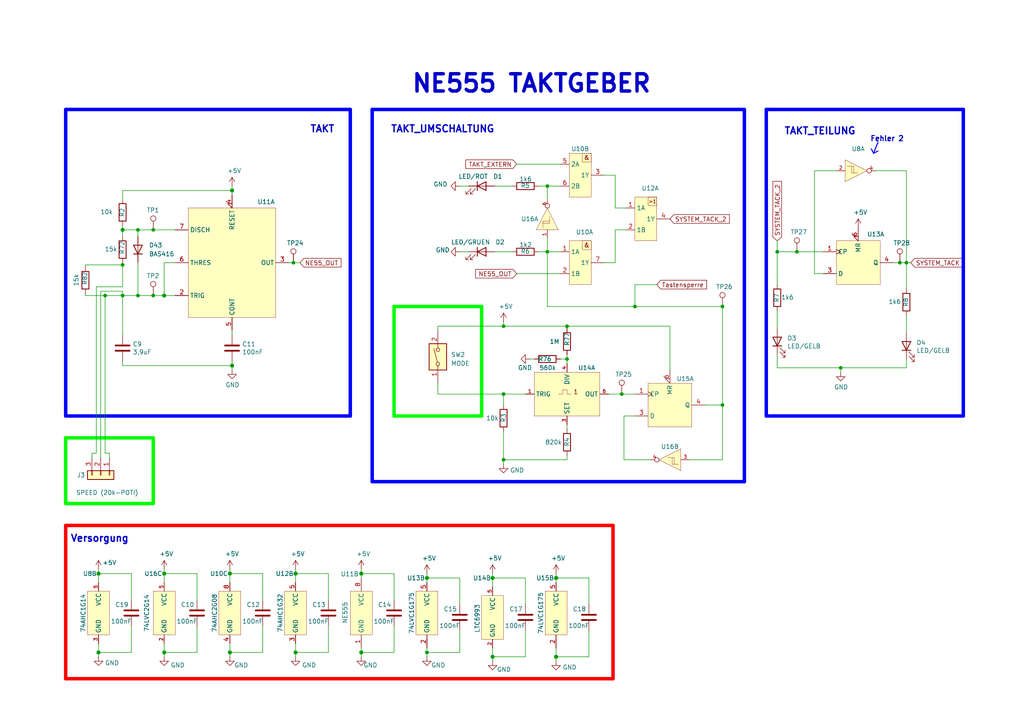
<source format=kicad_sch>
(kicad_sch (version 20210126) (generator eeschema)
  (paper "A4")
  (title_block (title "Kabeltester") (company "BMK Group") (comment 1 "Erstellt: Maximilian Hoffmann") (comment 2 "Geprüft: Robert Schulz"))
  (junction (at 28.575 166.37) (diameter 1.016))
  (junction (at 28.575 189.23) (diameter 1.016))
  (junction (at 30.48 85.725) (diameter 0.9144))
  (junction (at 35.56 66.675) (diameter 1.016))
  (junction (at 35.56 76.835) (diameter 0.9144))
  (junction (at 35.56 85.725) (diameter 0.9144))
  (junction (at 40.005 66.675) (diameter 0.9144))
  (junction (at 40.005 85.725) (diameter 0.9144))
  (junction (at 44.45 66.675) (diameter 0.9144))
  (junction (at 44.45 85.725) (diameter 0.9144))
  (junction (at 47.625 85.725) (diameter 1.016))
  (junction (at 47.625 166.37) (diameter 1.016))
  (junction (at 47.625 189.23) (diameter 1.016))
  (junction (at 66.675 166.37) (diameter 1.016))
  (junction (at 66.675 189.23) (diameter 1.016))
  (junction (at 67.31 55.245) (diameter 1.016))
  (junction (at 67.31 106.045) (diameter 1.016))
  (junction (at 85.09 76.2) (diameter 0.9144))
  (junction (at 85.725 166.37) (diameter 1.016))
  (junction (at 85.725 189.23) (diameter 1.016))
  (junction (at 104.775 166.37) (diameter 1.016))
  (junction (at 104.775 189.23) (diameter 1.016))
  (junction (at 123.825 167.64) (diameter 1.016))
  (junction (at 123.825 189.23) (diameter 0.9144))
  (junction (at 142.875 167.64) (diameter 1.016))
  (junction (at 142.875 190.5) (diameter 1.016))
  (junction (at 146.05 94.615) (diameter 0.9144))
  (junction (at 146.05 114.3) (diameter 0.9144))
  (junction (at 146.05 133.35) (diameter 0.9144))
  (junction (at 158.75 53.975) (diameter 0.9144))
  (junction (at 158.75 73.025) (diameter 0.9144))
  (junction (at 161.29 167.64) (diameter 1.016))
  (junction (at 161.29 190.5) (diameter 1.016))
  (junction (at 164.465 94.615) (diameter 0.9144))
  (junction (at 164.465 104.14) (diameter 0.9144))
  (junction (at 180.34 114.3) (diameter 0.9144))
  (junction (at 184.15 88.9) (diameter 0.9144))
  (junction (at 209.55 88.9) (diameter 0.9144))
  (junction (at 209.55 117.475) (diameter 0.9144))
  (junction (at 225.425 73.025) (diameter 0.9144))
  (junction (at 231.14 73.025) (diameter 0.9144))
  (junction (at 243.84 106.68) (diameter 0.9144))
  (junction (at 260.985 76.2) (diameter 0.9144))
  (junction (at 262.89 76.2) (diameter 0.9144))
  (wire (pts (xy 24.765 76.835) (xy 35.56 76.835)))
  (wire (pts (xy 24.765 77.47) (xy 24.765 76.835)))
  (wire (pts (xy 24.765 85.725) (xy 24.765 85.09)))
  (wire (pts (xy 24.765 85.725) (xy 30.48 85.725)))
  (wire (pts (xy 26.67 131.445) (xy 27.94 131.445)))
  (wire (pts (xy 26.67 132.715) (xy 26.67 131.445)))
  (wire (pts (xy 27.94 83.185) (xy 27.94 131.445)))
  (wire (pts (xy 27.94 83.185) (xy 35.56 83.185)))
  (wire (pts (xy 28.575 165.1) (xy 28.575 166.37)))
  (wire (pts (xy 28.575 166.37) (xy 28.575 168.91)))
  (wire (pts (xy 28.575 186.69) (xy 28.575 189.23)))
  (wire (pts (xy 28.575 189.23) (xy 28.575 190.5)))
  (wire (pts (xy 29.21 84.455) (xy 29.21 132.715)))
  (wire (pts (xy 29.21 84.455) (xy 35.56 84.455)))
  (wire (pts (xy 30.48 85.725) (xy 30.48 131.445)))
  (wire (pts (xy 30.48 85.725) (xy 35.56 85.725)))
  (wire (pts (xy 30.48 131.445) (xy 31.75 131.445)))
  (wire (pts (xy 31.75 131.445) (xy 31.75 132.715)))
  (wire (pts (xy 35.56 55.245) (xy 35.56 57.785)))
  (wire (pts (xy 35.56 55.245) (xy 67.31 55.245)))
  (wire (pts (xy 35.56 65.405) (xy 35.56 66.675)))
  (wire (pts (xy 35.56 66.675) (xy 35.56 68.58)))
  (wire (pts (xy 35.56 66.675) (xy 40.005 66.675)))
  (wire (pts (xy 35.56 76.2) (xy 35.56 76.835)))
  (wire (pts (xy 35.56 76.835) (xy 35.56 83.185)))
  (wire (pts (xy 35.56 84.455) (xy 35.56 85.725)))
  (wire (pts (xy 35.56 85.725) (xy 40.005 85.725)))
  (wire (pts (xy 35.56 97.155) (xy 35.56 85.725)))
  (wire (pts (xy 35.56 104.775) (xy 35.56 106.045)))
  (wire (pts (xy 35.56 106.045) (xy 67.31 106.045)))
  (wire (pts (xy 38.1 166.37) (xy 28.575 166.37)))
  (wire (pts (xy 38.1 173.99) (xy 38.1 166.37)))
  (wire (pts (xy 38.1 181.61) (xy 38.1 189.23)))
  (wire (pts (xy 38.1 189.23) (xy 28.575 189.23)))
  (wire (pts (xy 40.005 66.675) (xy 40.005 68.58)))
  (wire (pts (xy 40.005 66.675) (xy 44.45 66.675)))
  (wire (pts (xy 40.005 76.2) (xy 40.005 85.725)))
  (wire (pts (xy 40.005 85.725) (xy 44.45 85.725)))
  (wire (pts (xy 44.45 66.675) (xy 50.8 66.675)))
  (wire (pts (xy 44.45 85.725) (xy 47.625 85.725)))
  (wire (pts (xy 47.625 76.2) (xy 47.625 85.725)))
  (wire (pts (xy 47.625 85.725) (xy 50.8 85.725)))
  (wire (pts (xy 47.625 165.1) (xy 47.625 166.37)))
  (wire (pts (xy 47.625 166.37) (xy 47.625 168.91)))
  (wire (pts (xy 47.625 186.69) (xy 47.625 189.23)))
  (wire (pts (xy 47.625 189.23) (xy 47.625 190.5)))
  (wire (pts (xy 50.8 76.2) (xy 47.625 76.2)))
  (wire (pts (xy 57.15 166.37) (xy 47.625 166.37)))
  (wire (pts (xy 57.15 173.99) (xy 57.15 166.37)))
  (wire (pts (xy 57.15 181.61) (xy 57.15 189.23)))
  (wire (pts (xy 57.15 189.23) (xy 47.625 189.23)))
  (wire (pts (xy 66.675 165.1) (xy 66.675 166.37)))
  (wire (pts (xy 66.675 166.37) (xy 66.675 168.91)))
  (wire (pts (xy 66.675 186.69) (xy 66.675 189.23)))
  (wire (pts (xy 66.675 189.23) (xy 66.675 190.5)))
  (wire (pts (xy 67.31 53.975) (xy 67.31 55.245)))
  (wire (pts (xy 67.31 55.245) (xy 67.31 56.515)))
  (wire (pts (xy 67.31 95.885) (xy 67.31 97.155)))
  (wire (pts (xy 67.31 104.775) (xy 67.31 106.045)))
  (wire (pts (xy 67.31 106.045) (xy 67.31 107.315)))
  (wire (pts (xy 76.2 166.37) (xy 66.675 166.37)))
  (wire (pts (xy 76.2 173.99) (xy 76.2 166.37)))
  (wire (pts (xy 76.2 181.61) (xy 76.2 189.23)))
  (wire (pts (xy 76.2 189.23) (xy 66.675 189.23)))
  (wire (pts (xy 83.82 76.2) (xy 85.09 76.2)))
  (wire (pts (xy 85.09 76.2) (xy 86.995 76.2)))
  (wire (pts (xy 85.725 165.1) (xy 85.725 166.37)))
  (wire (pts (xy 85.725 166.37) (xy 85.725 168.91)))
  (wire (pts (xy 85.725 186.69) (xy 85.725 189.23)))
  (wire (pts (xy 85.725 189.23) (xy 85.725 190.5)))
  (wire (pts (xy 95.25 166.37) (xy 85.725 166.37)))
  (wire (pts (xy 95.25 173.99) (xy 95.25 166.37)))
  (wire (pts (xy 95.25 181.61) (xy 95.25 189.23)))
  (wire (pts (xy 95.25 189.23) (xy 85.725 189.23)))
  (wire (pts (xy 104.775 165.1) (xy 104.775 166.37)))
  (wire (pts (xy 104.775 166.37) (xy 104.775 167.64)))
  (wire (pts (xy 104.775 187.96) (xy 104.775 189.23)))
  (wire (pts (xy 104.775 189.23) (xy 104.775 190.5)))
  (wire (pts (xy 114.3 166.37) (xy 104.775 166.37)))
  (wire (pts (xy 114.3 173.99) (xy 114.3 166.37)))
  (wire (pts (xy 114.3 181.61) (xy 114.3 189.23)))
  (wire (pts (xy 114.3 189.23) (xy 104.775 189.23)))
  (wire (pts (xy 123.825 166.37) (xy 123.825 167.64)))
  (wire (pts (xy 123.825 167.64) (xy 123.825 168.91)))
  (wire (pts (xy 123.825 187.96) (xy 123.825 189.23)))
  (wire (pts (xy 123.825 189.23) (xy 123.825 190.5)))
  (wire (pts (xy 123.825 189.23) (xy 133.35 189.23)))
  (wire (pts (xy 127 94.615) (xy 146.05 94.615)))
  (wire (pts (xy 127 95.885) (xy 127 94.615)))
  (wire (pts (xy 127 114.3) (xy 127 111.125)))
  (wire (pts (xy 127 114.3) (xy 146.05 114.3)))
  (wire (pts (xy 133.35 167.64) (xy 123.825 167.64)))
  (wire (pts (xy 133.35 175.26) (xy 133.35 167.64)))
  (wire (pts (xy 133.35 182.88) (xy 133.35 189.23)))
  (wire (pts (xy 135.89 53.975) (xy 133.35 53.975)))
  (wire (pts (xy 135.89 73.025) (xy 133.35 73.025)))
  (wire (pts (xy 142.875 166.37) (xy 142.875 167.64)))
  (wire (pts (xy 142.875 167.64) (xy 142.875 170.18)))
  (wire (pts (xy 142.875 187.96) (xy 142.875 190.5)))
  (wire (pts (xy 142.875 190.5) (xy 142.875 191.77)))
  (wire (pts (xy 146.05 93.345) (xy 146.05 94.615)))
  (wire (pts (xy 146.05 94.615) (xy 164.465 94.615)))
  (wire (pts (xy 146.05 114.3) (xy 146.05 117.475)))
  (wire (pts (xy 146.05 114.3) (xy 152.4 114.3)))
  (wire (pts (xy 146.05 133.35) (xy 146.05 125.095)))
  (wire (pts (xy 146.05 133.35) (xy 146.05 134.62)))
  (wire (pts (xy 146.05 133.35) (xy 164.465 133.35)))
  (wire (pts (xy 148.59 53.975) (xy 143.51 53.975)))
  (wire (pts (xy 148.59 73.025) (xy 143.51 73.025)))
  (wire (pts (xy 149.86 47.625) (xy 162.56 47.625)))
  (wire (pts (xy 149.86 79.375) (xy 162.56 79.375)))
  (wire (pts (xy 152.4 167.64) (xy 142.875 167.64)))
  (wire (pts (xy 152.4 175.26) (xy 152.4 167.64)))
  (wire (pts (xy 152.4 182.88) (xy 152.4 190.5)))
  (wire (pts (xy 152.4 190.5) (xy 142.875 190.5)))
  (wire (pts (xy 153.67 104.14) (xy 154.94 104.14)))
  (wire (pts (xy 156.21 53.975) (xy 158.75 53.975)))
  (wire (pts (xy 156.21 73.025) (xy 158.75 73.025)))
  (wire (pts (xy 158.75 53.975) (xy 162.56 53.975)))
  (wire (pts (xy 158.75 57.785) (xy 158.75 53.975)))
  (wire (pts (xy 158.75 69.215) (xy 158.75 73.025)))
  (wire (pts (xy 158.75 73.025) (xy 158.75 88.9)))
  (wire (pts (xy 158.75 73.025) (xy 162.56 73.025)))
  (wire (pts (xy 158.75 88.9) (xy 184.15 88.9)))
  (wire (pts (xy 161.29 166.37) (xy 161.29 167.64)))
  (wire (pts (xy 161.29 167.64) (xy 161.29 168.91)))
  (wire (pts (xy 161.29 187.96) (xy 161.29 190.5)))
  (wire (pts (xy 161.29 190.5) (xy 161.29 191.77)))
  (wire (pts (xy 162.56 104.14) (xy 164.465 104.14)))
  (wire (pts (xy 164.465 94.615) (xy 164.465 95.25)))
  (wire (pts (xy 164.465 94.615) (xy 194.31 94.615)))
  (wire (pts (xy 164.465 102.87) (xy 164.465 104.14)))
  (wire (pts (xy 164.465 104.14) (xy 164.465 105.41)))
  (wire (pts (xy 164.465 123.19) (xy 164.465 124.46)))
  (wire (pts (xy 164.465 132.08) (xy 164.465 133.35)))
  (wire (pts (xy 170.815 167.64) (xy 161.29 167.64)))
  (wire (pts (xy 170.815 175.26) (xy 170.815 167.64)))
  (wire (pts (xy 170.815 182.88) (xy 170.815 190.5)))
  (wire (pts (xy 170.815 190.5) (xy 161.29 190.5)))
  (wire (pts (xy 175.26 50.8) (xy 178.435 50.8)))
  (wire (pts (xy 175.26 76.2) (xy 178.435 76.2)))
  (wire (pts (xy 176.53 114.3) (xy 180.34 114.3)))
  (wire (pts (xy 178.435 50.8) (xy 178.435 60.325)))
  (wire (pts (xy 178.435 60.325) (xy 181.61 60.325)))
  (wire (pts (xy 178.435 66.675) (xy 181.61 66.675)))
  (wire (pts (xy 178.435 76.2) (xy 178.435 66.675)))
  (wire (pts (xy 180.34 114.3) (xy 184.15 114.3)))
  (wire (pts (xy 180.975 120.65) (xy 180.975 133.35)))
  (wire (pts (xy 180.975 133.35) (xy 188.595 133.35)))
  (wire (pts (xy 184.15 82.55) (xy 184.15 88.9)))
  (wire (pts (xy 184.15 82.55) (xy 190.5 82.55)))
  (wire (pts (xy 184.15 88.9) (xy 209.55 88.9)))
  (wire (pts (xy 184.15 120.65) (xy 180.975 120.65)))
  (wire (pts (xy 194.31 107.315) (xy 194.31 94.615)))
  (wire (pts (xy 200.025 133.35) (xy 209.55 133.35)))
  (wire (pts (xy 204.47 117.475) (xy 209.55 117.475)))
  (wire (pts (xy 209.55 88.9) (xy 209.55 117.475)))
  (wire (pts (xy 209.55 133.35) (xy 209.55 117.475)))
  (wire (pts (xy 225.425 69.85) (xy 225.425 73.025)))
  (wire (pts (xy 225.425 73.025) (xy 225.425 82.55)))
  (wire (pts (xy 225.425 73.025) (xy 231.14 73.025)))
  (wire (pts (xy 225.425 90.17) (xy 225.425 95.25)))
  (wire (pts (xy 225.425 102.87) (xy 225.425 106.68)))
  (wire (pts (xy 225.425 106.68) (xy 243.84 106.68)))
  (wire (pts (xy 231.14 73.025) (xy 238.76 73.025)))
  (wire (pts (xy 236.22 49.53) (xy 236.22 79.375)))
  (wire (pts (xy 238.76 79.375) (xy 236.22 79.375)))
  (wire (pts (xy 242.57 49.53) (xy 236.22 49.53)))
  (wire (pts (xy 243.84 106.68) (xy 243.84 107.95)))
  (wire (pts (xy 243.84 106.68) (xy 262.89 106.68)))
  (wire (pts (xy 254 49.53) (xy 262.89 49.53)))
  (wire (pts (xy 259.08 76.2) (xy 260.985 76.2)))
  (wire (pts (xy 260.985 76.2) (xy 262.89 76.2)))
  (wire (pts (xy 262.89 49.53) (xy 262.89 76.2)))
  (wire (pts (xy 262.89 76.2) (xy 262.89 83.82)))
  (wire (pts (xy 262.89 76.2) (xy 264.16 76.2)))
  (wire (pts (xy 262.89 91.44) (xy 262.89 96.52)))
  (wire (pts (xy 262.89 106.68) (xy 262.89 104.14)))
  (polyline (pts (xy 19.05 31.75) (xy 19.05 120.65)) (stroke (width 1) (type solid) (color 0 0 255 1)))
  (polyline (pts (xy 19.05 31.75) (xy 101.6 31.75)) (stroke (width 1) (type solid) (color 0 0 255 1)))
  (polyline (pts (xy 19.05 120.65) (xy 101.6 120.65)) (stroke (width 1) (type solid) (color 0 0 255 1)))
  (polyline (pts (xy 19.05 127) (xy 19.05 146.05)) (stroke (width 1) (type solid) (color 0 255 0 1)))
  (polyline (pts (xy 19.05 127) (xy 44.45 127)) (stroke (width 1) (type solid) (color 0 255 0 1)))
  (polyline (pts (xy 19.05 152.4) (xy 19.05 196.85)) (stroke (width 1) (type solid) (color 255 0 0 1)))
  (polyline (pts (xy 19.05 152.4) (xy 177.8 152.4)) (stroke (width 1) (type solid) (color 255 0 0 1)))
  (polyline (pts (xy 44.45 127) (xy 44.45 146.05)) (stroke (width 1) (type solid) (color 0 255 0 1)))
  (polyline (pts (xy 44.45 146.05) (xy 19.05 146.05)) (stroke (width 1) (type solid) (color 0 255 0 1)))
  (polyline (pts (xy 101.6 31.75) (xy 101.6 120.65)) (stroke (width 1) (type solid) (color 0 0 255 1)))
  (polyline (pts (xy 107.95 31.75) (xy 107.95 139.7)) (stroke (width 1) (type solid) (color 0 0 255 1)))
  (polyline (pts (xy 107.95 31.75) (xy 215.9 31.75)) (stroke (width 1) (type solid) (color 0 0 255 1)))
  (polyline (pts (xy 107.95 139.7) (xy 215.9 139.7)) (stroke (width 1) (type solid) (color 0 0 255 1)))
  (polyline (pts (xy 114.3 88.9) (xy 120.65 88.9)) (stroke (width 1) (type solid) (color 0 255 0 1)))
  (polyline (pts (xy 114.3 120.65) (xy 114.3 88.9)) (stroke (width 1) (type solid) (color 0 255 0 1)))
  (polyline (pts (xy 114.3 120.65) (xy 139.7 120.65)) (stroke (width 1) (type solid) (color 0 255 0 1)))
  (polyline (pts (xy 120.65 88.9) (xy 139.7 88.9)) (stroke (width 1) (type solid) (color 0 255 0 1)))
  (polyline (pts (xy 139.7 88.9) (xy 139.7 120.65)) (stroke (width 1) (type solid) (color 0 255 0 1)))
  (polyline (pts (xy 177.8 152.4) (xy 177.8 196.85)) (stroke (width 1) (type solid) (color 255 0 0 1)))
  (polyline (pts (xy 177.8 196.85) (xy 19.05 196.85)) (stroke (width 1) (type solid) (color 255 0 0 1)))
  (polyline (pts (xy 215.9 31.75) (xy 215.9 139.7)) (stroke (width 1) (type solid) (color 0 0 255 1)))
  (polyline (pts (xy 222.25 31.75) (xy 222.25 120.65)) (stroke (width 1) (type solid) (color 0 0 255 1)))
  (polyline (pts (xy 222.25 31.75) (xy 279.4 31.75)) (stroke (width 1) (type solid) (color 0 0 255 1)))
  (polyline (pts (xy 222.25 120.65) (xy 279.4 120.65)) (stroke (width 1) (type solid) (color 0 0 255 1)))
  (polyline (pts (xy 253.365 44.45) (xy 252.73 43.18)) (stroke (width 0.3) (type solid) (color 0 0 255 1)))
  (polyline (pts (xy 253.365 44.45) (xy 254.635 41.275)) (stroke (width 0.3) (type solid) (color 0 0 255 1)))
  (polyline (pts (xy 254.635 43.815) (xy 253.365 44.45)) (stroke (width 0.3) (type solid) (color 0 0 255 1)))
  (polyline (pts (xy 279.4 31.75) (xy 279.4 120.65)) (stroke (width 1) (type solid) (color 0 0 255 1)))
  (text "Versorgung" (at 37.465 157.48 180) (effects (font (size 2 2) (thickness 0.4) bold) (justify right bottom)))
  (text "TAKT\n" (at 97.155 38.735 180) (effects (font (size 2 2) (thickness 0.4) bold) (justify right bottom)))
  (text "TAKT_UMSCHALTUNG\n" (at 143.51 38.735 180) (effects (font (size 2 2) (thickness 0.4) bold) (justify right bottom)))
  (text "NE555 TAKTGEBER\n" (at 189.23 27.305 180) (effects (font (size 5 5) (thickness 1) bold) (justify right bottom)))
  (text "TAKT_TEILUNG\n\n" (at 248.285 42.545 180) (effects (font (size 2 2) (thickness 0.4) bold) (justify right bottom)))
  (text "Fehler 2" (at 262.255 41.275 180) (effects (font (size 1.5 1.5) (thickness 0.3) bold) (justify right bottom)))
  (global_label "NE55_OUT" (shape input) (at 86.995 76.2 0) (property "Intersheet References" "${INTERSHEET_REFS}" (effects hide)))
  (global_label "TAKT_EXTERN" (shape input) (at 149.86 47.625 180) (property "Intersheet References" "${INTERSHEET_REFS}" (effects hide)))
  (global_label "NE55_OUT" (shape input) (at 149.86 79.375 180) (property "Intersheet References" "${INTERSHEET_REFS}" (effects hide)))
  (global_label "Tastensperre" (shape input) (at 190.5 82.55 0) (property "Intersheet References" "${INTERSHEET_REFS}" (effects hide)))
  (global_label "SYSTEM_TACK_2" (shape input) (at 194.31 63.5 0) (property "Intersheet References" "${INTERSHEET_REFS}" (effects hide)))
  (global_label "SYSTEM_TACK_2" (shape input) (at 225.425 69.85 90) (property "Intersheet References" "${INTERSHEET_REFS}" (effects hide)))
  (global_label "SYSTEM_TACK" (shape input) (at 264.16 76.2 0) (property "Intersheet References" "${INTERSHEET_REFS}" (effects hide)))
  (symbol (lib_id "Connector:TestPoint") (at 44.45 66.675 0) (unit 1)
    (property "Reference" "TP1" (at 42.545 60.96 0) (effects (justify left)))
    (property "Value" "TestPoint" (effects hide))
    (property "Footprint" "TestPoint:TestPoint_Pad_D1.0mm" (effects hide))
    (property "BMK-Nr" "-" (effects hide))
    (property "Mouser" "-" (effects hide))
  )
  (symbol (lib_id "Connector:TestPoint") (at 44.45 85.725 0) (unit 1)
    (property "Reference" "TP2" (at 42.545 80.01 0) (effects (justify left)))
    (property "Value" "TestPoint" (effects hide))
    (property "Footprint" "TestPoint:TestPoint_Pad_D1.0mm" (effects hide))
    (property "BMK-Nr" "-" (effects hide))
    (property "Mouser" "-" (effects hide))
  )
  (symbol (lib_id "Connector:TestPoint") (at 85.09 76.2 0) (unit 1)
    (property "Reference" "TP24" (at 83.185 70.485 0) (effects (justify left)))
    (property "Value" "TestPoint" (effects hide))
    (property "Footprint" "TestPoint:TestPoint_Pad_D1.0mm" (effects hide))
    (property "BMK-Nr" "-" (effects hide))
    (property "Mouser" "-" (effects hide))
  )
  (symbol (lib_id "Connector:TestPoint") (at 180.34 114.3 0) (unit 1)
    (property "Reference" "TP25" (at 178.435 108.585 0) (effects (justify left)))
    (property "Value" "TestPoint" (effects hide))
    (property "Footprint" "TestPoint:TestPoint_Pad_D1.0mm" (effects hide))
    (property "BMK-Nr" "-" (effects hide))
    (property "Mouser" "-" (effects hide))
  )
  (symbol (lib_id "Connector:TestPoint") (at 209.55 88.9 0) (unit 1)
    (property "Reference" "TP26" (at 207.645 83.185 0) (effects (justify left)))
    (property "Value" "TestPoint" (effects hide))
    (property "Footprint" "TestPoint:TestPoint_Pad_D1.0mm" (effects hide))
    (property "BMK-Nr" "-" (effects hide))
    (property "Mouser" "-" (effects hide))
  )
  (symbol (lib_id "Connector:TestPoint") (at 231.14 73.025 0) (unit 1)
    (property "Reference" "TP27" (at 229.235 67.31 0) (effects (justify left)))
    (property "Value" "TestPoint" (effects hide))
    (property "Footprint" "TestPoint:TestPoint_Pad_D1.0mm" (effects hide))
    (property "BMK-Nr" "-" (effects hide))
    (property "Mouser" "-" (effects hide))
  )
  (symbol (lib_id "Connector:TestPoint") (at 260.985 76.2 0) (unit 1)
    (property "Reference" "TP28" (at 259.08 70.485 0) (effects (justify left)))
    (property "Value" "TestPoint" (effects hide))
    (property "Footprint" "TestPoint:TestPoint_Pad_D1.0mm" (effects hide))
    (property "BMK-Nr" "-" (effects hide))
    (property "Mouser" "-" (effects hide))
  )
  (symbol (lib_id "power:+5V") (at 28.575 165.1 0) (unit 1)
    (property "Reference" "#PWR049" (effects hide))
    (property "Value" "+5V" (at 31.75 163.195 0))
  )
  (symbol (lib_id "power:+5V") (at 47.625 165.1 0) (unit 1)
    (property "Reference" "#PWR027" (effects hide))
    (property "Value" "+5V" (at 48.26 160.655 0))
  )
  (symbol (lib_id "power:+5V") (at 66.675 165.1 0) (unit 1)
    (property "Reference" "#PWR029" (effects hide))
    (property "Value" "+5V" (at 67.31 160.655 0))
  )
  (symbol (lib_id "power:+5V") (at 67.31 53.975 0) (unit 1)
    (property "Reference" "#PWR031" (effects hide))
    (property "Value" "+5V" (at 67.945 49.53 0))
  )
  (symbol (lib_id "power:+5V") (at 85.725 165.1 0) (unit 1)
    (property "Reference" "#PWR033" (effects hide))
    (property "Value" "+5V" (at 86.36 160.655 0))
  )
  (symbol (lib_id "power:+5V") (at 104.775 165.1 0) (unit 1)
    (property "Reference" "#PWR035" (effects hide))
    (property "Value" "+5V" (at 105.41 160.655 0))
  )
  (symbol (lib_id "power:+5V") (at 123.825 166.37 0) (unit 1)
    (property "Reference" "#PWR039" (effects hide))
    (property "Value" "+5V" (at 124.46 161.925 0))
  )
  (symbol (lib_id "power:+5V") (at 142.875 166.37 0) (unit 1)
    (property "Reference" "#PWR043" (effects hide))
    (property "Value" "+5V" (at 143.51 161.925 0))
  )
  (symbol (lib_id "power:+5V") (at 146.05 93.345 0) (unit 1)
    (property "Reference" "#PWR037" (effects hide))
    (property "Value" "+5V" (at 146.685 88.9 0))
  )
  (symbol (lib_id "power:+5V") (at 161.29 166.37 0) (unit 1)
    (property "Reference" "#PWR045" (effects hide))
    (property "Value" "+5V" (at 161.925 161.925 0))
  )
  (symbol (lib_id "power:+5V") (at 248.92 66.04 0) (unit 1)
    (property "Reference" "#PWR048" (effects hide))
    (property "Value" "+5V" (at 249.555 61.595 0))
  )
  (symbol (lib_id "power:GND") (at 28.575 190.5 0) (unit 1)
    (property "Reference" "#PWR050" (effects hide))
    (property "Value" "GND" (at 32.4993 192.2844 0))
  )
  (symbol (lib_id "power:GND") (at 47.625 190.5 0) (unit 1)
    (property "Reference" "#PWR028" (effects hide))
    (property "Value" "GND" (at 51.5493 192.9194 0))
  )
  (symbol (lib_id "power:GND") (at 66.675 190.5 0) (unit 1)
    (property "Reference" "#PWR030" (effects hide))
    (property "Value" "GND" (at 69.9643 192.9194 0))
  )
  (symbol (lib_id "power:GND") (at 67.31 107.315 0) (unit 1)
    (property "Reference" "#PWR032" (effects hide))
    (property "Value" "GND" (at 67.4243 111.6394 0))
  )
  (symbol (lib_id "power:GND") (at 85.725 190.5 0) (unit 1)
    (property "Reference" "#PWR034" (effects hide))
    (property "Value" "GND" (at 89.6493 192.9194 0))
  )
  (symbol (lib_id "power:GND") (at 104.775 190.5 0) (unit 1)
    (property "Reference" "#PWR036" (effects hide))
    (property "Value" "GND" (at 107.4293 192.9194 0))
  )
  (symbol (lib_id "power:GND") (at 123.825 190.5 0) (unit 1)
    (property "Reference" "#PWR040" (effects hide))
    (property "Value" "GND" (at 127.1143 192.9194 0))
  )
  (symbol (lib_id "power:GND") (at 133.35 53.975 270) (unit 1)
    (property "Reference" "#PWR041" (effects hide))
    (property "Value" "GND" (at 127.7556 53.4543 90))
  )
  (symbol (lib_id "power:GND") (at 133.35 73.025 270) (unit 1)
    (property "Reference" "#PWR042" (effects hide))
    (property "Value" "GND" (at 128.3906 72.5043 90))
  )
  (symbol (lib_id "power:GND") (at 142.875 191.77 0) (unit 1)
    (property "Reference" "#PWR044" (effects hide))
    (property "Value" "GND" (at 146.1643 194.1894 0))
  )
  (symbol (lib_id "power:GND") (at 146.05 134.62 0) (unit 1)
    (property "Reference" "#PWR038" (effects hide))
    (property "Value" "GND" (at 149.9743 136.4044 0))
  )
  (symbol (lib_id "power:GND") (at 153.67 104.14 270) (unit 1)
    (property "Reference" "#PWR0144" (effects hide))
    (property "Value" "GND" (at 154.305 106.68 90) (effects (justify right)))
  )
  (symbol (lib_id "power:GND") (at 161.29 191.77 0) (unit 1)
    (property "Reference" "#PWR046" (effects hide))
    (property "Value" "GND" (at 165.2143 193.5544 0))
  )
  (symbol (lib_id "power:GND") (at 243.84 107.95 0) (unit 1)
    (property "Reference" "#PWR047" (effects hide))
    (property "Value" "GND" (at 243.9543 112.2744 0))
  )
  (symbol (lib_name "Device:R_7") (lib_id "Device:R") (at 24.765 81.28 0) (unit 1)
    (property "Reference" "R82" (at 24.6381 82.6706 90) (effects (justify left)))
    (property "Value" "15k" (at 22.098 83.064 90) (effects (justify left)))
    (property "Footprint" "Resistor_SMD:R_0603_1608Metric_Pad0.98x0.95mm_HandSolder" (effects hide))
    (property "BMK-Nr" "BS" (effects hide))
    (property "Mouser" "-" (effects hide))
  )
  (symbol (lib_name "Device:R_1") (lib_id "Device:R") (at 35.56 61.595 0) (unit 1)
    (property "Reference" "R2" (at 35.4331 62.9856 90) (effects (justify left)))
    (property "Value" "10k" (at 29.083 61.474 0) (effects (justify left)))
    (property "Footprint" "Resistor_SMD:R_0603_1608Metric_Pad0.98x0.95mm_HandSolder" (effects hide))
    (property "BMK-Nr" "BS" (effects hide))
    (property "Mouser" "-" (effects hide))
  )
  (symbol (lib_name "Device:R_7") (lib_id "Device:R") (at 35.56 72.39 0) (unit 1)
    (property "Reference" "R72" (at 35.4331 73.7806 90) (effects (justify left)))
    (property "Value" "15k" (at 30.353 72.269 0) (effects (justify left)))
    (property "Footprint" "Resistor_SMD:R_0603_1608Metric_Pad0.98x0.95mm_HandSolder" (effects hide))
    (property "BMK-Nr" "BS" (effects hide))
    (property "Mouser" "-" (effects hide))
  )
  (symbol (lib_name "Device:R_8") (lib_id "Device:R") (at 146.05 121.285 0) (unit 1)
    (property "Reference" "R3" (at 146.05 122.555 90) (effects (justify left)))
    (property "Value" "10k" (at 140.97 121.285 0) (effects (justify left)))
    (property "Footprint" "Resistor_SMD:R_0603_1608Metric_Pad0.98x0.95mm_HandSolder" (effects hide))
    (property "BMK-Nr" "BS" (effects hide))
    (property "Mouser" "-" (effects hide))
  )
  (symbol (lib_name "Device:R_2") (lib_id "Device:R") (at 152.4 53.975 270) (unit 1)
    (property "Reference" "R5" (at 151.0094 53.8481 90) (effects (justify left)))
    (property "Value" "1k6" (at 150.616 51.943 90) (effects (justify left)))
    (property "Footprint" "Resistor_SMD:R_0603_1608Metric_Pad0.98x0.95mm_HandSolder" (effects hide))
    (property "BMK-Nr" "BS" (effects hide))
    (property "Mouser" "-" (effects hide))
  )
  (symbol (lib_name "Device:R_3") (lib_id "Device:R") (at 152.4 73.025 270) (unit 1)
    (property "Reference" "R6" (at 151.0094 72.8981 90) (effects (justify left)))
    (property "Value" "1k2" (at 150.616 70.993 90) (effects (justify left)))
    (property "Footprint" "Resistor_SMD:R_0603_1608Metric_Pad0.98x0.95mm_HandSolder" (effects hide))
    (property "BMK-Nr" "BS" (effects hide))
    (property "Mouser" "-" (effects hide))
  )
  (symbol (lib_name "Device:R_9") (lib_id "Device:R") (at 158.75 104.14 90) (unit 1)
    (property "Reference" "R76" (at 160.02 104.14 90) (effects (justify left)))
    (property "Value" "560k" (at 161.29 106.68 90) (effects (justify left)))
    (property "Footprint" "Resistor_SMD:R_0603_1608Metric_Pad0.98x0.95mm_HandSolder" (effects hide))
    (property "BMK-Nr" "BS" (effects hide))
    (property "Mouser" "-" (effects hide))
  )
  (symbol (lib_name "Device:R_5") (lib_id "Device:R") (at 164.465 99.06 0) (unit 1)
    (property "Reference" "R77" (at 164.465 100.33 90) (effects (justify left)))
    (property "Value" "1M" (at 159.385 99.06 0) (effects (justify left)))
    (property "Footprint" "Resistor_SMD:R_0603_1608Metric_Pad0.98x0.95mm_HandSolder" (effects hide))
    (property "BMK-Nr" "BS" (effects hide))
    (property "Mouser" "-" (effects hide))
  )
  (symbol (lib_name "Device:R_4") (lib_id "Device:R") (at 164.465 128.27 0) (unit 1)
    (property "Reference" "R4" (at 164.465 129.54 90) (effects (justify left)))
    (property "Value" "820k" (at 158.115 128.27 0) (effects (justify left)))
    (property "Footprint" "Resistor_SMD:R_0603_1608Metric_Pad0.98x0.95mm_HandSolder" (effects hide))
    (property "BMK-Nr" "BS" (effects hide))
    (property "Mouser" "-" (effects hide))
  )
  (symbol (lib_name "Device:R_6") (lib_id "Device:R") (at 225.425 86.36 0) (unit 1)
    (property "Reference" "R7" (at 225.2981 87.7506 90) (effects (justify left)))
    (property "Value" "1k6" (at 226.568 86.239 0) (effects (justify left)))
    (property "Footprint" "Resistor_SMD:R_0603_1608Metric_Pad0.98x0.95mm_HandSolder" (effects hide))
    (property "BMK-Nr" "BS" (effects hide))
    (property "Mouser" "-" (effects hide))
  )
  (symbol (lib_id "Device:R") (at 262.89 87.63 0) (unit 1)
    (property "Reference" "R8" (at 262.7631 89.0206 90) (effects (justify left)))
    (property "Value" "1k6" (at 257.683 87.509 0) (effects (justify left)))
    (property "Footprint" "Resistor_SMD:R_0603_1608Metric_Pad0.98x0.95mm_HandSolder" (effects hide))
    (property "BMK-Nr" "BS" (effects hide))
    (property "Mouser" "-" (effects hide))
  )
  (symbol (lib_id "Device:D") (at 40.005 72.39 90) (unit 1)
    (property "Reference" "D43" (at 43.18 71.12 90) (effects (justify right)))
    (property "Value" "BAS416" (at 43.18 73.66 90) (effects (justify right)))
    (property "Footprint" "Diode_SMD:D_0805_2012Metric_Pad1.15x1.40mm_HandSolder" (effects hide))
    (property "BMK-Nr" "08-5493" (effects hide))
  )
  (symbol (lib_id "Device:LED") (at 139.7 53.975 0) (unit 1)
    (property "Reference" "D1" (at 145.7389 51.1811 0) (effects (justify right)))
    (property "Value" "LED/ROT" (at 141.535 51.181 0) (effects (justify right)))
    (property "Footprint" "LED_SMD:LED_0603_1608Metric_Pad1.05x0.95mm_HandSolder" (effects hide))
    (property "BMK-Nr" "08-8617" (effects hide))
    (property "Mouser" "604-APT1608LSECKJ3RV" (effects hide))
  )
  (symbol (lib_id "Device:LED") (at 139.7 73.025 0) (unit 1)
    (property "Reference" "D2" (at 146.3739 70.2311 0) (effects (justify right)))
    (property "Value" "LED/GRUEN" (at 142.17 70.231 0) (effects (justify right)))
    (property "Footprint" "LED_SMD:LED_0603_1608Metric_Pad1.05x0.95mm_HandSolder" (effects hide))
    (property "BMK-Nr" "08-8620" (effects hide))
    (property "Mouser" "604-APT1608LZGCK" (effects hide))
  )
  (symbol (lib_id "Device:LED") (at 225.425 99.06 90) (unit 1)
    (property "Reference" "D3" (at 228.3461 98.1011 90) (effects (justify right)))
    (property "Value" "LED/GELB" (at 228.346 100.4 90) (effects (justify right)))
    (property "Footprint" "LED_SMD:LED_0603_1608Metric_Pad1.05x0.95mm_HandSolder" (effects hide))
    (property "BMK-Nr" "08-8619" (effects hide))
    (property "Mouser" "604-APT1608LSYCKJ3RV" (effects hide))
  )
  (symbol (lib_id "Device:LED") (at 262.89 100.33 90) (unit 1)
    (property "Reference" "D4" (at 265.8111 99.3711 90) (effects (justify right)))
    (property "Value" "LED/GELB" (at 265.811 101.67 90) (effects (justify right)))
    (property "Footprint" "LED_SMD:LED_0603_1608Metric_Pad1.05x0.95mm_HandSolder" (effects hide))
    (property "BMK-Nr" "08-8619" (effects hide))
    (property "Mouser" "604-APT1608LSYCKJ3RV" (effects hide))
  )
  (symbol (lib_name "Device:C_8") (lib_id "Device:C") (at 35.56 100.965 0) (unit 1)
    (property "Reference" "C9" (at 38.4811 99.8156 0) (effects (justify left)))
    (property "Value" "3,9uF" (at 38.481 102.114 0) (effects (justify left)))
    (property "Footprint" "Capacitor_SMD:C_0805_2012Metric_Pad1.18x1.45mm_HandSolder" (effects hide))
    (property "BMK-Nr" "BS" (effects hide))
  )
  (symbol (lib_name "Device:C_10") (lib_id "Device:C") (at 38.1 177.8 0) (unit 1)
    (property "Reference" "C19" (at 33.4011 175.3806 0) (effects (justify left)))
    (property "Value" "100nF" (at 32.131 180.219 0) (effects (justify left)))
    (property "Footprint" "Capacitor_SMD:C_0603_1608Metric_Pad1.08x0.95mm_HandSolder" (effects hide))
    (property "BMK-Nr" "BS" (effects hide))
  )
  (symbol (lib_name "Device:C_3") (lib_id "Device:C") (at 57.15 177.8 0) (unit 1)
    (property "Reference" "C10" (at 52.4511 175.3806 0) (effects (justify left)))
    (property "Value" "100nF" (at 51.181 180.219 0) (effects (justify left)))
    (property "Footprint" "Capacitor_SMD:C_0603_1608Metric_Pad1.08x0.95mm_HandSolder" (effects hide))
    (property "BMK-Nr" "BS" (effects hide))
  )
  (symbol (lib_name "Device:C_1") (lib_id "Device:C") (at 67.31 100.965 0) (unit 1)
    (property "Reference" "C11" (at 70.2311 99.8156 0) (effects (justify left)))
    (property "Value" "100nF" (at 70.231 102.114 0) (effects (justify left)))
    (property "Footprint" "Capacitor_SMD:C_0603_1608Metric_Pad1.08x0.95mm_HandSolder" (effects hide))
    (property "BMK-Nr" "BS" (effects hide))
  )
  (symbol (lib_name "Device:C_6") (lib_id "Device:C") (at 76.2 177.8 0) (unit 1)
    (property "Reference" "C12" (at 71.5011 175.3806 0) (effects (justify left)))
    (property "Value" "100nF" (at 70.231 180.219 0) (effects (justify left)))
    (property "Footprint" "Capacitor_SMD:C_0603_1608Metric_Pad1.08x0.95mm_HandSolder" (effects hide))
    (property "BMK-Nr" "BS" (effects hide))
  )
  (symbol (lib_name "Device:C_4") (lib_id "Device:C") (at 95.25 177.8 0) (unit 1)
    (property "Reference" "C13" (at 90.5511 175.3806 0) (effects (justify left)))
    (property "Value" "100nF" (at 89.281 180.219 0) (effects (justify left)))
    (property "Footprint" "Capacitor_SMD:C_0603_1608Metric_Pad1.08x0.95mm_HandSolder" (effects hide))
    (property "BMK-Nr" "BS" (effects hide))
  )
  (symbol (lib_name "Device:C_5") (lib_id "Device:C") (at 114.3 177.8 0) (unit 1)
    (property "Reference" "C14" (at 109.6011 175.3806 0) (effects (justify left)))
    (property "Value" "100nF" (at 108.331 180.219 0) (effects (justify left)))
    (property "Footprint" "Capacitor_SMD:C_0603_1608Metric_Pad1.08x0.95mm_HandSolder" (effects hide))
    (property "BMK-Nr" "BS" (effects hide))
  )
  (symbol (lib_name "Device:C_2") (lib_id "Device:C") (at 133.35 179.07 0) (unit 1)
    (property "Reference" "C15" (at 128.6511 176.6506 0) (effects (justify left)))
    (property "Value" "100nF" (at 127.381 181.489 0) (effects (justify left)))
    (property "Footprint" "Capacitor_SMD:C_0603_1608Metric_Pad1.08x0.95mm_HandSolder" (effects hide))
    (property "BMK-Nr" "BS" (effects hide))
  )
  (symbol (lib_id "Device:C") (at 152.4 179.07 0) (unit 1)
    (property "Reference" "C17" (at 147.7011 176.6506 0) (effects (justify left)))
    (property "Value" "100nF" (at 146.431 181.489 0) (effects (justify left)))
    (property "Footprint" "Capacitor_SMD:C_0603_1608Metric_Pad1.08x0.95mm_HandSolder" (effects hide))
    (property "BMK-Nr" "BS" (effects hide))
  )
  (symbol (lib_name "Device:C_11") (lib_id "Device:C") (at 170.815 179.07 0) (unit 1)
    (property "Reference" "C18" (at 166.1161 176.6506 0) (effects (justify left)))
    (property "Value" "100nF" (at 164.846 181.489 0) (effects (justify left)))
    (property "Footprint" "Capacitor_SMD:C_0603_1608Metric_Pad1.08x0.95mm_HandSolder" (effects hide))
    (property "BMK-Nr" "BS" (effects hide))
  )
  (symbol (lib_id "Connector_Generic:Conn_01x03") (at 29.21 137.795 270) (unit 1)
    (property "Reference" "J3" (at 23.495 137.795 90))
    (property "Value" "SPEED (20k-POTI)" (at 31.115 142.875 90))
    (property "Footprint" "Potentiometer_THT:Potentiometer_ACP_CA6-H2,5_Horizontal" (effects hide))
  )
  (symbol (lib_id "Kabeltester:74LVC2G14") (at 158.75 63.5 90) (unit 1)
    (property "Reference" "U16" (at 151.13 63.5 90) (effects (justify right)))
    (property "Value" "74LVC2G14" (effects hide))
    (property "Footprint" "Package_TO_SOT_SMD:SOT-23-6_Handsoldering" (effects hide))
    (property "Datasheet" "https://www.mouser.de/datasheet/2/916/74LVC2G14_Q100-1319707.pdf" (effects hide))
    (property "BMK-Nr" "06-1410" (effects hide))
    (property "Mouser" "771-74LVC2G14GVQ100H" (effects hide))
  )
  (symbol (lib_id "Kabeltester:74LVC2G14") (at 194.31 133.35 180) (unit 2)
    (property "Reference" "U16" (at 194.31 129.54 0))
    (property "Value" "74LVC2G14" (effects hide))
    (property "Footprint" "Package_TO_SOT_SMD:SOT-23-6_Handsoldering" (effects hide))
    (property "Datasheet" "https://www.mouser.de/datasheet/2/916/74LVC2G14_Q100-1319707.pdf" (effects hide))
    (property "BMK-Nr" "06-1410" (effects hide))
    (property "Mouser" "771-74LVC2G14GVQ100H" (effects hide))
  )
  (symbol (lib_id "Kabeltester:74AHC1G14") (at 247.65 49.53 0) (unit 1)
    (property "Reference" "U8" (at 248.92 43.18 0))
    (property "Value" "74AHC1G14" (effects hide))
    (property "Footprint" "Package_TO_SOT_SMD:SOT-353_SC-70-5_Handsoldering" (effects hide))
    (property "Datasheet" "https://www.diodes.com/assets/Datasheets/74AHC1G14.pdf" (effects hide))
    (property "BMK-Nr" "06-0624" (effects hide))
    (property "Mouser" "771-74AHC1G14GW-G" (effects hide))
  )
  (symbol (lib_id "Switch:SW_DIP_x01") (at 127 103.505 90) (unit 1)
    (property "Reference" "SW2" (at 130.81 102.87 90) (effects (justify right)))
    (property "Value" "MODE" (at 130.81 105.41 90) (effects (justify right)))
    (property "Footprint" "Button_Switch_SMD:SW_Push_1P1T_NO_6x6mm_H9.5mm" (effects hide))
    (property "BMK-Nr" "25-1170" (effects hide))
    (property "Mouser" "-" (effects hide))
  )
  (symbol (lib_id "Kabeltester:74AHC1G14") (at 28.575 177.8 0) (unit 2)
    (property "Reference" "U8" (at 26.035 166.37 0))
    (property "Value" "74AHC1G14" (at 24.13 177.8 90))
    (property "Footprint" "Package_TO_SOT_SMD:SOT-353_SC-70-5_Handsoldering" (effects hide))
    (property "Datasheet" "https://www.diodes.com/assets/Datasheets/74AHC1G14.pdf" (effects hide))
    (property "BMK-Nr" "06-0624" (effects hide))
    (property "Mouser" "771-74AHC1G14GW-G" (effects hide))
  )
  (symbol (lib_id "Kabeltester:74LVC2G14") (at 47.625 177.8 0) (unit 3)
    (property "Reference" "U16" (at 44.45 166.37 0))
    (property "Value" "74LVC2G14" (at 42.545 177.8 90))
    (property "Footprint" "Package_TO_SOT_SMD:SOT-23-6_Handsoldering" (effects hide))
    (property "Datasheet" "https://www.mouser.de/datasheet/2/916/74LVC2G14_Q100-1319707.pdf" (effects hide))
    (property "BMK-Nr" "06-1410" (effects hide))
    (property "Mouser" "771-74LVC2G14GVQ100H" (effects hide))
  )
  (symbol (lib_id "Kabeltester:74AHC2G08") (at 66.675 177.8 0) (unit 3)
    (property "Reference" "U10" (at 63.5 166.37 0))
    (property "Value" "74AHC2G08" (at 62.23 177.8 90))
    (property "Footprint" "Package_SO:VSSOP-8_2.4x2.1mm_P0.5mm" (effects hide))
    (property "Datasheet" "https://www.mouser.de/datasheet/2/916/74AHC_AHCT2G08-1318688.pdf" (effects hide))
    (property "BMK-Nr" "06-0948-1" (effects hide))
    (property "Mouser" "771-AHC2G08DC125" (effects hide))
  )
  (symbol (lib_id "Kabeltester:74AHC1G32") (at 85.725 177.8 0) (unit 2)
    (property "Reference" "U12" (at 82.55 166.37 0))
    (property "Value" "74AHC1G32" (at 81.28 177.8 90))
    (property "Footprint" "Package_TO_SOT_SMD:SOT-23-5_HandSoldering" (effects hide))
    (property "Datasheet" "https://www.mouser.de/datasheet/2/916/74AHC_AHCT1G32-1318882.pdf" (effects hide))
    (property "BMK-Nr" "06-0631" (effects hide))
    (property "Mouser" "771-74AHC1G32GW-G" (effects hide))
  )
  (symbol (lib_id "Kabeltester:LTC6993") (at 142.875 179.07 0) (unit 2)
    (property "Reference" "U14" (at 137.16 167.64 0) (effects (justify left)))
    (property "Value" "LTC6993" (at 138.43 183.515 90) (effects (justify left)))
    (property "Footprint" "Package_TO_SOT_SMD:SOT-23-6_Handsoldering" (effects hide))
    (property "Datasheet" "https://www.mouser.de/datasheet/2/609/LTC6993_6993_1_6993_2_6993_3_6993_4-1270601.pdf" (effects hide))
    (property "BMK-Nr" "06-6636" (effects hide))
    (property "Mouser" "584-C6993CS6-2TRMPBF" (effects hide))
  )
  (symbol (lib_id "Kabeltester:74LVC1G175") (at 123.825 177.8 0) (mirror y) (unit 2)
    (property "Reference" "U13" (at 120.65 167.64 0))
    (property "Value" "74LVC1G175" (at 119.38 177.8 90))
    (property "Footprint" "Package_TO_SOT_SMD:SOT-363_SC-70-6_Handsoldering" (effects hide))
    (property "Datasheet" "https://www.mouser.de/datasheet/2/916/74LVC1G175_Q100-1598232.pdf" (effects hide))
    (property "BMK-Nr" "06-1146" (effects hide))
    (property "Mouser" "771-74LVC1G175GW-G" (effects hide))
  )
  (symbol (lib_name "Kabeltester:74LVC1G175_1") (lib_id "Kabeltester:74LVC1G175") (at 161.29 177.8 0) (unit 2)
    (property "Reference" "U15" (at 158.115 167.64 0))
    (property "Value" "74LVC1G175" (at 156.845 177.8 90))
    (property "Footprint" "Package_TO_SOT_SMD:SOT-363_SC-70-6_Handsoldering" (effects hide))
    (property "Datasheet" "https://www.mouser.de/datasheet/2/916/74LVC1G175_Q100-1598232.pdf" (effects hide))
    (property "BMK-Nr" "06-1146" (effects hide))
    (property "Mouser" "771-74LVC1G175GW-G" (effects hide))
  )
  (symbol (lib_name "Kabeltester:NE555_1") (lib_id "Kabeltester:NE555") (at 104.775 177.8 0) (unit 2)
    (property "Reference" "U11" (at 98.8061 166.4906 0) (effects (justify left)))
    (property "Value" "NE555" (at 100.076 180.854 90) (effects (justify left)))
    (property "Footprint" "Package_SO:SOIC-8_3.9x4.9mm_P1.27mm" (effects hide))
    (property "Datasheet" "https://www.ti.com/lit/ds/symlink/ne555.pdf?HQS=dis-mous-null-mousermode-dsf-pf-null-wwe&ts=1614416325828&ref_url=https%253A%252F%252Fwww.mouser.cn%252F" (effects hide))
    (property "BMK-Nr" "11-0596" (effects hide))
    (property "Mouser" "584-C6993CS6-2TRMPBF" (effects hide))
  )
  (symbol (lib_name "Kabeltester:74AHC2G08_2") (lib_id "Kabeltester:74AHC2G08") (at 168.275 50.8 0) (unit 2)
    (property "Reference" "U10" (at 168.275 43.18 0))
    (property "Value" "74AHC2G08" (effects hide))
    (property "Footprint" "Package_SO:VSSOP-8_2.4x2.1mm_P0.5mm" (effects hide))
    (property "Datasheet" "https://www.mouser.de/datasheet/2/916/74AHC_AHCT2G08-1318688.pdf" (effects hide))
    (property "BMK-Nr" "06-0948-1" (effects hide))
    (property "Mouser" "771-AHC2G08DC125" (effects hide))
  )
  (symbol (lib_name "Kabeltester:74AHC2G08_1") (lib_id "Kabeltester:74AHC2G08") (at 168.275 76.2 0) (unit 1)
    (property "Reference" "U10" (at 169.545 67.31 0))
    (property "Value" "74AHC2G08" (effects hide))
    (property "Footprint" "Package_SO:VSSOP-8_2.4x2.1mm_P0.5mm" (effects hide))
    (property "Datasheet" "https://www.mouser.de/datasheet/2/916/74AHC_AHCT2G08-1318688.pdf" (effects hide))
    (property "BMK-Nr" "06-0948-1" (effects hide))
    (property "Mouser" "771-AHC2G08DC125" (effects hide))
  )
  (symbol (lib_name "Kabeltester:74AHC1G32_1") (lib_id "Kabeltester:74AHC1G32") (at 187.325 63.5 0) (unit 1)
    (property "Reference" "U12" (at 188.595 54.61 0))
    (property "Value" "74AHC1G32" (effects hide))
    (property "Footprint" "Package_TO_SOT_SMD:SOT-23-5_HandSoldering" (effects hide))
    (property "Datasheet" "https://www.mouser.de/datasheet/2/916/74AHC_AHCT1G32-1318882.pdf" (effects hide))
    (property "BMK-Nr" "06-0631" (effects hide))
    (property "Mouser" "771-74AHC1G32GW-G" (effects hide))
  )
  (symbol (lib_name "Kabeltester:74LVC1G175_2") (lib_id "Kabeltester:74LVC1G175") (at 194.31 117.475 0) (unit 1)
    (property "Reference" "U15" (at 198.755 109.855 0))
    (property "Value" "74LVC1G175" (effects hide))
    (property "Footprint" "Package_TO_SOT_SMD:SOT-363_SC-70-6_Handsoldering" (effects hide))
    (property "Datasheet" "https://www.mouser.de/datasheet/2/916/74LVC1G175_Q100-1598232.pdf" (effects hide))
    (property "BMK-Nr" "06-1146" (effects hide))
    (property "Mouser" "771-74LVC1G175GW-G" (effects hide))
  )
  (symbol (lib_name "Kabeltester:74LVC1G175_3") (lib_id "Kabeltester:74LVC1G175") (at 248.92 76.2 0) (unit 1)
    (property "Reference" "U13" (at 254 67.945 0))
    (property "Value" "74LVC1G175" (effects hide))
    (property "Footprint" "Package_TO_SOT_SMD:SOT-363_SC-70-6_Handsoldering" (effects hide))
    (property "Datasheet" "https://www.mouser.de/datasheet/2/916/74LVC1G175_Q100-1598232.pdf" (effects hide))
    (property "BMK-Nr" "06-1146" (effects hide))
    (property "Mouser" "771-74LVC1G175GW-G" (effects hide))
  )
  (symbol (lib_name "Kabeltester:LTC6993_1") (lib_id "Kabeltester:LTC6993") (at 164.465 114.3 0) (unit 1)
    (property "Reference" "U14" (at 170.18 106.68 0))
    (property "Value" "LTC6993" (effects hide))
    (property "Footprint" "Package_TO_SOT_SMD:SOT-23-6_Handsoldering" (effects hide))
    (property "Datasheet" "https://www.mouser.de/datasheet/2/609/LTC6993_6993_1_6993_2_6993_3_6993_4-1270601.pdf" (effects hide))
    (property "BMK-Nr" "06-6636" (effects hide))
    (property "Mouser" "584-C6993CS6-2TRMPBF" (effects hide))
  )
  (symbol (lib_id "Kabeltester:NE555") (at 67.31 76.2 0) (unit 1)
    (property "Reference" "U11" (at 74.6761 58.5406 0) (effects (justify left)))
    (property "Value" "NE555" (effects hide))
    (property "Footprint" "Package_SO:SOIC-8_3.9x4.9mm_P1.27mm" (effects hide))
    (property "Datasheet" "https://www.ti.com/lit/ds/symlink/ne555.pdf?HQS=dis-mous-null-mousermode-dsf-pf-null-wwe&ts=1614416325828&ref_url=https%253A%252F%252Fwww.mouser.cn%252F" (effects hide))
    (property "BMK-Nr" "11-0596" (effects hide))
    (property "Mouser" "584-C6993CS6-2TRMPBF" (effects hide))
  )
)
</source>
